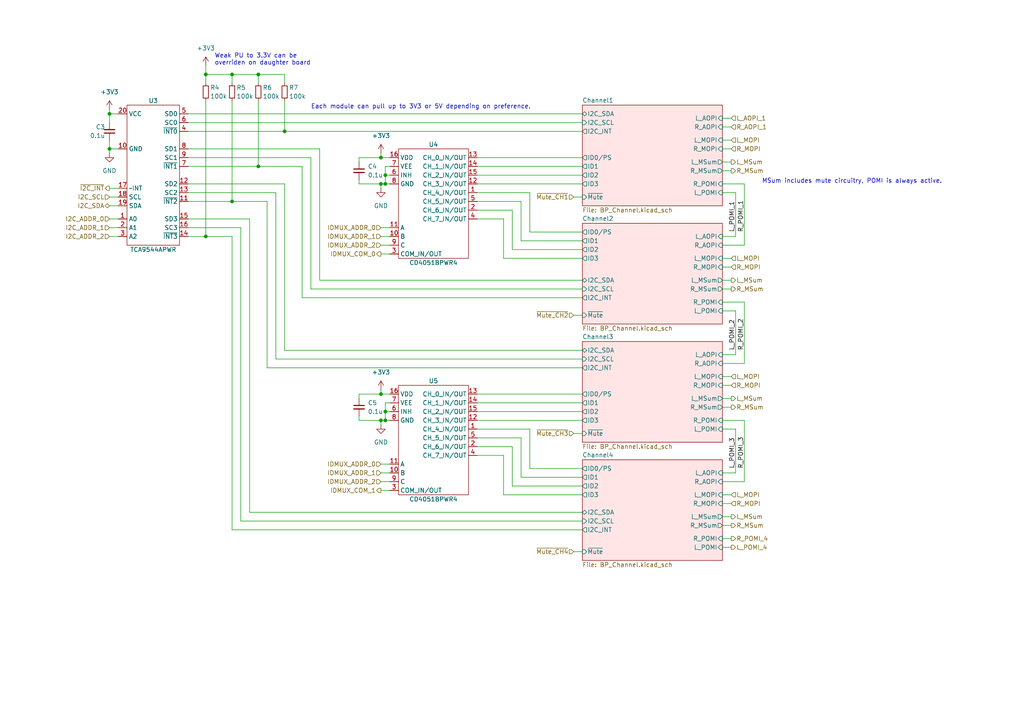
<source format=kicad_sch>
(kicad_sch (version 20230121) (generator eeschema)
  (paper "A4")
  (lib_symbols
    (symbol "CD4051BPWR4_1"
      (property "Reference" "U" (at 10.16 1.27 0))
      (property "Value" "CD4051BPWR4_1" (at 10.16 -33.02 0))
      (symbol "CD4051BPWR4_1_0_1"
        (rectangle (start 0 0) (end 20.32 -31.75))
      )
      (symbol "CD4051BPWR4_1_1_1"
        (pin passive line (at -2.54 -12.7 0) (length 2.54) (name "CH_4_IN/OUT") (number "1"))
        (pin passive line (at 22.86 -25.4 180) (length 2.54) (name "B") (number "10"))
        (pin passive line (at 22.86 -22.86 180) (length 2.54) (name "A") (number "11"))
        (pin passive line (at -2.54 -10.16 0) (length 2.54) (name "CH_3_IN/OUT") (number "12"))
        (pin passive line (at -2.54 -2.54 0) (length 2.54) (name "CH_0_IN/OUT") (number "13"))
        (pin passive line (at -2.54 -5.08 0) (length 2.54) (name "CH_1_IN/OUT") (number "14"))
        (pin passive line (at -2.54 -7.62 0) (length 2.54) (name "CH_2_IN/OUT") (number "15"))
        (pin power_in line (at 22.86 -2.54 180) (length 2.54) (name "VDD") (number "16"))
        (pin passive line (at -2.54 -17.78 0) (length 2.54) (name "CH_6_IN/OUT") (number "2"))
        (pin passive line (at 22.86 -30.48 180) (length 2.54) (name "COM_IN/OUT") (number "3"))
        (pin passive line (at -2.54 -20.32 0) (length 2.54) (name "CH_7_IN/OUT") (number "4"))
        (pin passive line (at -2.54 -15.24 0) (length 2.54) (name "CH_5_IN/OUT") (number "5"))
        (pin passive line (at 22.86 -7.62 180) (length 2.54) (name "INH") (number "6"))
        (pin power_in line (at 22.86 -5.08 180) (length 2.54) (name "VEE") (number "7"))
        (pin power_in line (at 22.86 -10.16 180) (length 2.54) (name "GND") (number "8"))
        (pin passive line (at 22.86 -27.94 180) (length 2.54) (name "C") (number "9"))
      )
    )
    (symbol "Device:C_Small" (pin_numbers hide) (pin_names (offset 0.254) hide)
      (property "Reference" "C" (at 0.254 1.778 0))
      (property "Value" "C_Small" (at 0.254 -2.032 0))
      (symbol "C_Small_0_1"
        (polyline (pts (xy -1.524 -0.508) (xy 1.524 -0.508)) (stroke (width 0.3302)))
        (polyline (pts (xy -1.524 0.508) (xy 1.524 0.508)) (stroke (width 0.3048)))
      )
      (symbol "C_Small_1_1"
        (pin passive line (at 0 2.54 270) (length 2.032) (name "~") (number "1"))
        (pin passive line (at 0 -2.54 90) (length 2.032) (name "~") (number "2"))
      )
    )
    (symbol "Device:R_Small" (pin_numbers hide) (pin_names (offset 0.254) hide)
      (property "Reference" "R" (at 0.762 0.508 0))
      (property "Value" "R_Small" (at 0.762 -1.016 0))
      (symbol "R_Small_0_1"
        (rectangle (start -0.762 1.778) (end 0.762 -1.778) (stroke (width 0.2032)))
      )
      (symbol "R_Small_1_1"
        (pin passive line (at 0 2.54 270) (length 0.762) (name "~") (number "1"))
        (pin passive line (at 0 -2.54 90) (length 0.762) (name "~") (number "2"))
      )
    )
    (symbol "power:+3V3" (power) (pin_names (offset 0))
      (property "Value" "+3V3" (at 0 3.556 0))
      (symbol "+3V3_0_1"
        (polyline (pts (xy -0.762 1.27) (xy 0 2.54)))
        (polyline (pts (xy 0 0) (xy 0 2.54)))
        (polyline (pts (xy 0 2.54) (xy 0.762 1.27)))
      )
      (symbol "+3V3_1_1"
        (pin power_in line (at 0 0 90) (length 0) hide (name "+3V3") (number "1"))
      )
    )
    (symbol "power:GND" (power) (pin_names (offset 0))
      (property "Value" "GND" (at 0 -3.81 0))
      (symbol "GND_0_1"
        (polyline (pts (xy 0 0) (xy 0 -1.27) (xy 1.27 -1.27) (xy 0 -2.54) (xy -1.27 -1.27) (xy 0 -1.27)))
      )
      (symbol "GND_1_1"
        (pin power_in line (at 0 0 270) (length 0) hide (name "GND") (number "1"))
      )
    )
    (symbol "silver-box-modular:TCA9544APWR"
      (property "Reference" "U?" (at -7.62 5.08 0))
      (property "Value" "TCA9544APWR" (at -7.62 2.54 0))
      (symbol "TCA9544APWR_0_0"
        (rectangle (start 0 0) (end 15.24 -40.64))
        (pin passive line (at 17.78 -33.02 180) (length 2.54) (name "A0") (number "1"))
        (pin power_in line (at 17.78 -12.7 180) (length 2.54) (name "GND") (number "10"))
        (pin passive line (at -2.54 -27.94 0) (length 2.54) (name "~{INT2}") (number "11"))
        (pin passive line (at -2.54 -22.86 0) (length 2.54) (name "SD2") (number "12"))
        (pin passive line (at -2.54 -25.4 0) (length 2.54) (name "SC2") (number "13"))
        (pin passive line (at -2.54 -38.1 0) (length 2.54) (name "~{INT3}") (number "14"))
        (pin passive line (at -2.54 -33.02 0) (length 2.54) (name "SD3") (number "15"))
        (pin passive line (at -2.54 -35.56 0) (length 2.54) (name "SC3") (number "16"))
        (pin passive line (at 17.78 -24.13 180) (length 2.54) (name "~INT") (number "17"))
        (pin passive line (at 17.78 -26.67 180) (length 2.54) (name "SCL") (number "18"))
        (pin passive line (at 17.78 -29.21 180) (length 2.54) (name "SDA") (number "19"))
        (pin passive line (at 17.78 -35.56 180) (length 2.54) (name "A1") (number "2"))
        (pin power_in line (at 17.78 -2.54 180) (length 2.54) (name "VCC") (number "20"))
        (pin passive line (at 17.78 -38.1 180) (length 2.54) (name "A2") (number "3"))
        (pin passive line (at -2.54 -7.62 0) (length 2.54) (name "~{INT0}") (number "4"))
        (pin passive line (at -2.54 -2.54 0) (length 2.54) (name "SD0") (number "5"))
        (pin passive line (at -2.54 -5.08 0) (length 2.54) (name "SC0") (number "6"))
        (pin passive line (at -2.54 -17.78 0) (length 2.54) (name "~{INT1}") (number "7"))
        (pin passive line (at -2.54 -12.7 0) (length 2.54) (name "SD1") (number "8"))
        (pin passive line (at -2.54 -15.24 0) (length 2.54) (name "SC1") (number "9"))
      )
    )
  )
  (junction (at 67.31 58.42))
  (junction (at 31.75 33.02))
  (junction (at 74.93 21.59))
  (junction (at 31.75 43.18))
  (junction (at 110.49 45.72))
  (junction (at 110.49 121.92))
  (junction (at 59.69 68.58))
  (junction (at 111.76 119.38))
  (junction (at 82.55 38.1))
  (junction (at 111.76 121.92))
  (junction (at 74.93 48.26))
  (junction (at 59.69 21.59))
  (junction (at 111.76 53.34))
  (junction (at 110.49 114.3))
  (junction (at 67.31 21.59))
  (junction (at 111.76 50.8))
  (junction (at 110.49 53.34))
  (wire (pts (xy 138.43 114.3) (xy 168.91 114.3)))
  (wire (pts (xy 67.31 58.42) (xy 77.47 58.42)))
  (wire (pts (xy 31.75 43.18) (xy 34.29 43.18)))
  (wire (pts (xy 59.69 19.05) (xy 59.69 21.59)))
  (wire (pts (xy 110.49 71.12) (xy 113.03 71.12)))
  (wire (pts (xy 74.93 29.21) (xy 74.93 48.26)))
  (wire (pts (xy 59.69 21.59) (xy 67.31 21.59)))
  (wire (pts (xy 151.13 69.85) (xy 168.91 69.85)))
  (wire (pts (xy 166.37 57.15) (xy 168.91 57.15)))
  (wire (pts (xy 153.67 55.88) (xy 153.67 67.31)))
  (wire (pts (xy 54.61 33.02) (xy 168.91 33.02)))
  (wire (pts (xy 215.9 53.34) (xy 215.9 71.12)))
  (wire (pts (xy 110.49 121.92) (xy 110.49 123.19)))
  (wire (pts (xy 111.76 119.38) (xy 111.76 121.92)))
  (wire (pts (xy 151.13 138.43) (xy 168.91 138.43)))
  (wire (pts (xy 209.55 49.53) (xy 212.09 49.53)))
  (wire (pts (xy 209.55 53.34) (xy 215.9 53.34)))
  (wire (pts (xy 209.55 87.63) (xy 215.9 87.63)))
  (wire (pts (xy 213.36 90.17) (xy 209.55 90.17)))
  (wire (pts (xy 72.39 148.59) (xy 168.91 148.59)))
  (wire (pts (xy 110.49 73.66) (xy 113.03 73.66)))
  (wire (pts (xy 138.43 124.46) (xy 153.67 124.46)))
  (wire (pts (xy 82.55 21.59) (xy 82.55 24.13)))
  (wire (pts (xy 209.55 146.05) (xy 212.09 146.05)))
  (wire (pts (xy 209.55 156.21) (xy 212.09 156.21)))
  (wire (pts (xy 111.76 116.84) (xy 111.76 119.38)))
  (wire (pts (xy 80.01 104.14) (xy 80.01 55.88)))
  (wire (pts (xy 104.14 53.34) (xy 110.49 53.34)))
  (wire (pts (xy 151.13 69.85) (xy 151.13 58.42)))
  (wire (pts (xy 212.09 111.76) (xy 209.55 111.76)))
  (wire (pts (xy 82.55 29.21) (xy 82.55 38.1)))
  (wire (pts (xy 168.91 104.14) (xy 80.01 104.14)))
  (wire (pts (xy 87.63 48.26) (xy 87.63 86.36)))
  (wire (pts (xy 31.75 43.18) (xy 31.75 44.45)))
  (wire (pts (xy 138.43 119.38) (xy 168.91 119.38)))
  (wire (pts (xy 209.55 34.29) (xy 212.09 34.29)))
  (wire (pts (xy 209.55 152.4) (xy 212.09 152.4)))
  (wire (pts (xy 138.43 63.5) (xy 146.05 63.5)))
  (wire (pts (xy 67.31 68.58) (xy 67.31 153.67)))
  (wire (pts (xy 111.76 53.34) (xy 113.03 53.34)))
  (wire (pts (xy 92.71 43.18) (xy 92.71 81.28)))
  (wire (pts (xy 77.47 106.68) (xy 168.91 106.68)))
  (wire (pts (xy 213.36 124.46) (xy 209.55 124.46)))
  (wire (pts (xy 31.75 59.69) (xy 34.29 59.69)))
  (wire (pts (xy 213.36 102.87) (xy 213.36 90.17)))
  (wire (pts (xy 146.05 74.93) (xy 146.05 63.5)))
  (wire (pts (xy 138.43 127) (xy 151.13 127)))
  (wire (pts (xy 212.09 74.93) (xy 209.55 74.93)))
  (wire (pts (xy 213.36 102.87) (xy 209.55 102.87)))
  (wire (pts (xy 213.36 137.16) (xy 213.36 124.46)))
  (wire (pts (xy 54.61 43.18) (xy 92.71 43.18)))
  (wire (pts (xy 82.55 101.6) (xy 168.91 101.6)))
  (wire (pts (xy 34.29 63.5) (xy 31.75 63.5)))
  (wire (pts (xy 209.55 118.11) (xy 212.09 118.11)))
  (wire (pts (xy 67.31 153.67) (xy 168.91 153.67)))
  (wire (pts (xy 110.49 68.58) (xy 113.03 68.58)))
  (wire (pts (xy 104.14 52.07) (xy 104.14 53.34)))
  (wire (pts (xy 110.49 53.34) (xy 111.76 53.34)))
  (wire (pts (xy 77.47 58.42) (xy 77.47 106.68)))
  (wire (pts (xy 104.14 121.92) (xy 110.49 121.92)))
  (wire (pts (xy 146.05 143.51) (xy 168.91 143.51)))
  (wire (pts (xy 146.05 74.93) (xy 168.91 74.93)))
  (wire (pts (xy 138.43 121.92) (xy 168.91 121.92)))
  (wire (pts (xy 31.75 68.58) (xy 34.29 68.58)))
  (wire (pts (xy 110.49 44.45) (xy 110.49 45.72)))
  (wire (pts (xy 111.76 121.92) (xy 113.03 121.92)))
  (wire (pts (xy 148.59 140.97) (xy 168.91 140.97)))
  (wire (pts (xy 110.49 66.04) (xy 113.03 66.04)))
  (wire (pts (xy 110.49 134.62) (xy 113.03 134.62)))
  (wire (pts (xy 110.49 45.72) (xy 104.14 45.72)))
  (wire (pts (xy 148.59 60.96) (xy 148.59 72.39)))
  (wire (pts (xy 34.29 33.02) (xy 31.75 33.02)))
  (wire (pts (xy 209.55 105.41) (xy 215.9 105.41)))
  (wire (pts (xy 74.93 21.59) (xy 82.55 21.59)))
  (wire (pts (xy 148.59 72.39) (xy 168.91 72.39)))
  (wire (pts (xy 138.43 60.96) (xy 148.59 60.96)))
  (wire (pts (xy 74.93 21.59) (xy 74.93 24.13)))
  (wire (pts (xy 138.43 45.72) (xy 168.91 45.72)))
  (wire (pts (xy 80.01 55.88) (xy 54.61 55.88)))
  (wire (pts (xy 212.09 81.28) (xy 209.55 81.28)))
  (wire (pts (xy 212.09 143.51) (xy 209.55 143.51)))
  (wire (pts (xy 74.93 48.26) (xy 87.63 48.26)))
  (wire (pts (xy 153.67 67.31) (xy 168.91 67.31)))
  (wire (pts (xy 168.91 83.82) (xy 90.17 83.82)))
  (wire (pts (xy 72.39 63.5) (xy 72.39 148.59)))
  (wire (pts (xy 110.49 114.3) (xy 104.14 114.3)))
  (wire (pts (xy 212.09 46.99) (xy 209.55 46.99)))
  (wire (pts (xy 82.55 38.1) (xy 168.91 38.1)))
  (wire (pts (xy 212.09 43.18) (xy 209.55 43.18)))
  (wire (pts (xy 110.49 113.03) (xy 110.49 114.3)))
  (wire (pts (xy 213.36 55.88) (xy 213.36 68.58)))
  (wire (pts (xy 138.43 132.08) (xy 146.05 132.08)))
  (wire (pts (xy 82.55 53.34) (xy 82.55 101.6)))
  (wire (pts (xy 209.55 109.22) (xy 212.09 109.22)))
  (wire (pts (xy 54.61 53.34) (xy 82.55 53.34)))
  (wire (pts (xy 31.75 33.02) (xy 31.75 35.56)))
  (wire (pts (xy 59.69 24.13) (xy 59.69 21.59)))
  (wire (pts (xy 67.31 21.59) (xy 74.93 21.59)))
  (wire (pts (xy 110.49 53.34) (xy 110.49 54.61)))
  (wire (pts (xy 209.55 40.64) (xy 212.09 40.64)))
  (wire (pts (xy 113.03 116.84) (xy 111.76 116.84)))
  (wire (pts (xy 31.75 57.15) (xy 34.29 57.15)))
  (wire (pts (xy 111.76 50.8) (xy 113.03 50.8)))
  (wire (pts (xy 110.49 45.72) (xy 113.03 45.72)))
  (wire (pts (xy 67.31 21.59) (xy 67.31 24.13)))
  (wire (pts (xy 212.09 115.57) (xy 209.55 115.57)))
  (wire (pts (xy 90.17 83.82) (xy 90.17 45.72)))
  (wire (pts (xy 54.61 58.42) (xy 67.31 58.42)))
  (wire (pts (xy 166.37 160.02) (xy 168.91 160.02)))
  (wire (pts (xy 209.55 121.92) (xy 215.9 121.92)))
  (wire (pts (xy 69.85 151.13) (xy 69.85 66.04)))
  (wire (pts (xy 166.37 125.73) (xy 168.91 125.73)))
  (wire (pts (xy 138.43 53.34) (xy 168.91 53.34)))
  (wire (pts (xy 31.75 66.04) (xy 34.29 66.04)))
  (wire (pts (xy 138.43 50.8) (xy 168.91 50.8)))
  (wire (pts (xy 113.03 48.26) (xy 111.76 48.26)))
  (wire (pts (xy 31.75 40.64) (xy 31.75 43.18)))
  (wire (pts (xy 69.85 66.04) (xy 54.61 66.04)))
  (wire (pts (xy 110.49 142.24) (xy 113.03 142.24)))
  (wire (pts (xy 54.61 48.26) (xy 74.93 48.26)))
  (wire (pts (xy 110.49 114.3) (xy 113.03 114.3)))
  (wire (pts (xy 54.61 35.56) (xy 168.91 35.56)))
  (wire (pts (xy 148.59 129.54) (xy 148.59 140.97)))
  (wire (pts (xy 213.36 137.16) (xy 209.55 137.16)))
  (wire (pts (xy 146.05 143.51) (xy 146.05 132.08)))
  (wire (pts (xy 212.09 149.86) (xy 209.55 149.86)))
  (wire (pts (xy 209.55 139.7) (xy 215.9 139.7)))
  (wire (pts (xy 209.55 71.12) (xy 215.9 71.12)))
  (wire (pts (xy 31.75 54.61) (xy 34.29 54.61)))
  (wire (pts (xy 54.61 68.58) (xy 59.69 68.58)))
  (wire (pts (xy 209.55 77.47) (xy 212.09 77.47)))
  (wire (pts (xy 111.76 48.26) (xy 111.76 50.8)))
  (wire (pts (xy 111.76 119.38) (xy 113.03 119.38)))
  (wire (pts (xy 54.61 63.5) (xy 72.39 63.5)))
  (wire (pts (xy 110.49 121.92) (xy 111.76 121.92)))
  (wire (pts (xy 54.61 38.1) (xy 82.55 38.1)))
  (wire (pts (xy 209.55 83.82) (xy 212.09 83.82)))
  (wire (pts (xy 138.43 48.26) (xy 168.91 48.26)))
  (wire (pts (xy 104.14 120.65) (xy 104.14 121.92)))
  (wire (pts (xy 153.67 135.89) (xy 168.91 135.89)))
  (wire (pts (xy 209.55 158.75) (xy 212.09 158.75)))
  (wire (pts (xy 138.43 129.54) (xy 148.59 129.54)))
  (wire (pts (xy 166.37 91.44) (xy 168.91 91.44)))
  (wire (pts (xy 168.91 151.13) (xy 69.85 151.13)))
  (wire (pts (xy 110.49 139.7) (xy 113.03 139.7)))
  (wire (pts (xy 213.36 68.58) (xy 209.55 68.58)))
  (wire (pts (xy 138.43 55.88) (xy 153.67 55.88)))
  (wire (pts (xy 151.13 138.43) (xy 151.13 127)))
  (wire (pts (xy 111.76 50.8) (xy 111.76 53.34)))
  (wire (pts (xy 110.49 137.16) (xy 113.03 137.16)))
  (wire (pts (xy 87.63 86.36) (xy 168.91 86.36)))
  (wire (pts (xy 59.69 29.21) (xy 59.69 68.58)))
  (wire (pts (xy 104.14 114.3) (xy 104.14 115.57)))
  (wire (pts (xy 138.43 58.42) (xy 151.13 58.42)))
  (wire (pts (xy 92.71 81.28) (xy 168.91 81.28)))
  (wire (pts (xy 153.67 124.46) (xy 153.67 135.89)))
  (wire (pts (xy 209.55 36.83) (xy 212.09 36.83)))
  (wire (pts (xy 215.9 87.63) (xy 215.9 105.41)))
  (wire (pts (xy 138.43 116.84) (xy 168.91 116.84)))
  (wire (pts (xy 31.75 31.75) (xy 31.75 33.02)))
  (wire (pts (xy 104.14 45.72) (xy 104.14 46.99)))
  (wire (pts (xy 67.31 29.21) (xy 67.31 58.42)))
  (wire (pts (xy 215.9 121.92) (xy 215.9 139.7)))
  (wire (pts (xy 59.69 68.58) (xy 67.31 68.58)))
  (wire (pts (xy 90.17 45.72) (xy 54.61 45.72)))
  (wire (pts (xy 209.55 55.88) (xy 213.36 55.88)))
  (text "MSum includes mute circuitry, POMI is always active." (at 220.98 53.34 0) (effects (font (size 1.27 1.27)) (justify left bottom)))
  (text "Weak PU to 3.3V can be \noverriden on daughter board" (at 62.23 19.05 0) (effects (font (size 1.27 1.27)) (justify left bottom)))
  (text "Each module can pull up to 3V3 or 5V depending on preference." (at 90.17 31.75 0) (effects (font (size 1.27 1.27)) (justify left bottom)))
  (label "L_POMI_1" (at 213.36 67.31 90))
  (label "L_POMI_3" (at 213.36 135.89 90))
  (label "R_POMI_2" (at 215.9 101.6 90))
  (label "R_POMI_1" (at 215.9 67.31 90))
  (label "R_POMI_3" (at 215.9 135.89 90))
  (label "L_POMI_2" (at 213.36 101.6 90))
  (hierarchical_label "IDMUX_COM_1" (shape output) (at 110.49 142.24 180))
  (hierarchical_label "L_MOPI" (shape input) (at 212.09 74.93 0))
  (hierarchical_label "L_MOPI" (shape input) (at 212.09 109.22 0))
  (hierarchical_label "L_POMI_4" (shape output) (at 212.09 158.75 0))
  (hierarchical_label "L_MSum" (shape output) (at 212.09 46.99 0))
  (hierarchical_label "~{Mute_CH2}" (shape input) (at 166.37 91.44 180))
  (hierarchical_label "I2C_ADDR_2" (shape input) (at 31.75 68.58 180))
  (hierarchical_label "R_POMI_4" (shape output) (at 212.09 156.21 0))
  (hierarchical_label "IDMUX_ADDR_0" (shape input) (at 110.49 134.62 180))
  (hierarchical_label "R_MSum" (shape output) (at 212.09 83.82 0))
  (hierarchical_label "R_MSum" (shape output) (at 212.09 152.4 0))
  (hierarchical_label "R_MOPI" (shape input) (at 212.09 111.76 0))
  (hierarchical_label "IDMUX_ADDR_2" (shape input) (at 110.49 71.12 180))
  (hierarchical_label "L_MSum" (shape output) (at 212.09 115.57 0))
  (hierarchical_label "R_AOPI_1" (shape input) (at 212.09 36.83 0))
  (hierarchical_label "IDMUX_ADDR_1" (shape input) (at 110.49 68.58 180))
  (hierarchical_label "~{I2C_INT}" (shape output) (at 31.75 54.61 180))
  (hierarchical_label "IDMUX_ADDR_1" (shape input) (at 110.49 137.16 180))
  (hierarchical_label "R_MSum" (shape output) (at 212.09 49.53 0))
  (hierarchical_label "IDMUX_COM_0" (shape output) (at 110.49 73.66 180))
  (hierarchical_label "R_MOPI" (shape input) (at 212.09 43.18 0))
  (hierarchical_label "IDMUX_ADDR_0" (shape input) (at 110.49 66.04 180))
  (hierarchical_label "~{Mute_CH4}" (shape input) (at 166.37 160.02 180))
  (hierarchical_label "I2C_SCL" (shape input) (at 31.75 57.15 180))
  (hierarchical_label "L_MSum" (shape output) (at 212.09 149.86 0))
  (hierarchical_label "I2C_ADDR_0" (shape input) (at 31.75 63.5 180))
  (hierarchical_label "R_MSum" (shape output) (at 212.09 118.11 0))
  (hierarchical_label "R_MOPI" (shape input) (at 212.09 146.05 0))
  (hierarchical_label "L_AOPI_1" (shape input) (at 212.09 34.29 0))
  (hierarchical_label "~{Mute_CH3}" (shape input) (at 166.37 125.73 180))
  (hierarchical_label "I2C_ADDR_1" (shape input) (at 31.75 66.04 180))
  (hierarchical_label "R_MOPI" (shape input) (at 212.09 77.47 0))
  (hierarchical_label "L_MOPI" (shape input) (at 212.09 40.64 0))
  (hierarchical_label "I2C_SDA" (shape bidirectional) (at 31.75 59.69 180))
  (hierarchical_label "L_MOPI" (shape input) (at 212.09 143.51 0))
  (hierarchical_label "L_MSum" (shape output) (at 212.09 81.28 0))
  (hierarchical_label "IDMUX_ADDR_2" (shape input) (at 110.49 139.7 180))
  (hierarchical_label "~{Mute_CH1}" (shape input) (at 166.37 57.15 180))
  (symbol (lib_id "power:+3V3") (at 31.75 31.75 0) (unit 1)
    (property "Reference" "#PWR0116" (effects hide))
    (property "Value" "+3V3" (at 31.75 26.67 0))
    (instances (project "motherboard" (path "" (reference "#PWR0116") (unit 1)) (path "" (reference "#PWR0171") (unit 1))))
  )
  (symbol (lib_id "power:GND") (at 31.75 44.45 0) (unit 1)
    (property "Reference" "#PWR0117" (effects hide))
    (property "Value" "GND" (at 31.75 49.53 0))
    (instances (project "motherboard" (path "" (reference "#PWR0117") (unit 1)) (path "" (reference "#PWR0172") (unit 1))))
  )
  (symbol (lib_id "power:GND") (at 110.49 123.19 0) (unit 1)
    (property "Reference" "#PWR0123" (effects hide))
    (property "Value" "GND" (at 110.49 128.27 0))
    (instances (project "motherboard" (path "" (reference "#PWR0123") (unit 1)) (path "" (reference "#PWR0176") (unit 1))))
  )
  (symbol (lib_id "power:+3V3") (at 59.69 19.05 0) (unit 1)
    (property "Reference" "#PWR0124" (effects hide))
    (property "Value" "+3V3" (at 59.69 13.97 0))
    (instances (project "motherboard" (path "" (reference "#PWR0124") (unit 1)) (path "" (reference "#PWR0177") (unit 1))))
  )
  (symbol (lib_name "CD4051BPWR4_1") (lib_id "silver-box-modular:CD4051BPWR4") (at 135.89 111.76 0) (mirror y) (unit 1)
    (property "Reference" "U5" (at 125.73 110.49 0))
    (property "Value" "CD4051BPWR4" (at 125.73 144.78 0))
    (property "Footprint" "silver-box-feetprints:CD4051BPWR" (effects hide))
    (property "Datasheet" "https://www.ti.com/lit/ds/symlink/cd4051b.pdf" (effects hide))
    (instances (project "motherboard" (path "" (reference "U5") (unit 1)) (path "" (reference "U20") (unit 1))))
  )
  (symbol (lib_id "Device:C_Small") (at 104.14 49.53 0) (unit 1)
    (property "Reference" "C4" (at 106.68 48.2662 0) (effects (justify left)))
    (property "Value" "0.1u" (at 106.68 50.8062 0) (effects (justify left)))
    (property "Footprint" "Capacitor_SMD:C_0603_1608Metric_Pad1.08x0.95mm_HandSolder" (effects hide))
    (instances (project "motherboard" (path "" (reference "C4") (unit 1)) (path "" (reference "C23") (unit 1))))
  )
  (symbol (lib_id "power:GND") (at 110.49 54.61 0) (unit 1)
    (property "Reference" "#PWR0121" (effects hide))
    (property "Value" "GND" (at 110.49 59.69 0))
    (instances (project "motherboard" (path "" (reference "#PWR0121") (unit 1)) (path "" (reference "#PWR0174") (unit 1))))
  )
  (symbol (lib_id "Device:C_Small") (at 104.14 118.11 0) (unit 1)
    (property "Reference" "C5" (at 106.68 116.8462 0) (effects (justify left)))
    (property "Value" "0.1u" (at 106.68 119.3862 0) (effects (justify left)))
    (property "Footprint" "Capacitor_SMD:C_0603_1608Metric_Pad1.08x0.95mm_HandSolder" (effects hide))
    (instances (project "motherboard" (path "" (reference "C5") (unit 1)) (path "" (reference "C24") (unit 1))))
  )
  (symbol (lib_name "CD4051BPWR4_1") (lib_id "silver-box-modular:CD4051BPWR4") (at 135.89 43.18 0) (mirror y) (unit 1)
    (property "Reference" "U4" (at 125.73 41.91 0))
    (property "Value" "CD4051BPWR4" (at 125.73 76.2 0))
    (property "Footprint" "silver-box-feetprints:CD4051BPWR" (effects hide))
    (property "Datasheet" "https://www.ti.com/lit/ds/symlink/cd4051b.pdf" (effects hide))
    (instances (project "motherboard" (path "" (reference "U4") (unit 1)) (path "" (reference "U19") (unit 1))))
  )
  (symbol (lib_id "silver-box-modular:TCA9544APWR") (at 52.07 30.48 0) (mirror y) (unit 1)
    (property "Reference" "U3" (at 44.45 29.21 0))
    (property "Value" "TCA9544APWR" (at 44.45 72.39 0))
    (property "Footprint" "silver-box-feetprints:TCA9544AAPWR" (effects hide))
    (property "Datasheet" "https://www.ti.com/lit/ds/symlink/tca9544a.pdf" (effects hide))
    (instances (project "motherboard" (path "" (reference "U3") (unit 1)) (path "" (reference "U18") (unit 1))))
  )
  (symbol (lib_id "power:+3V3") (at 110.49 44.45 0) (unit 1)
    (property "Reference" "#PWR0119" (effects hide))
    (property "Value" "+3V3" (at 110.49 39.37 0))
    (instances (project "motherboard" (path "" (reference "#PWR0119") (unit 1)) (path "" (reference "#PWR0173") (unit 1))))
  )
  (symbol (lib_id "Device:R_Small") (at 59.69 26.67 0) (unit 1)
    (property "Reference" "R4" (at 60.96 25.4 0) (effects (justify left)))
    (property "Value" "100k" (at 60.96 27.94 0) (effects (justify left)))
    (property "Footprint" "Resistor_SMD:R_0603_1608Metric_Pad0.98x0.95mm_HandSolder" (effects hide))
    (instances (project "motherboard" (path "" (reference "R4") (unit 1)) (path "" (reference "R48") (unit 1))))
  )
  (symbol (lib_id "Device:C_Small") (at 31.75 38.1 0) (mirror x) (unit 1)
    (property "Reference" "C3" (at 30.48 36.8235 0) (effects (justify right)))
    (property "Value" "0.1u" (at 30.48 39.3635 0) (effects (justify right)))
    (property "Footprint" "Capacitor_SMD:C_0603_1608Metric_Pad1.08x0.95mm_HandSolder" (effects hide))
    (instances (project "motherboard" (path "" (reference "C3") (unit 1)) (path "" (reference "C22") (unit 1))))
  )
  (symbol (lib_id "Device:R_Small") (at 82.55 26.67 0) (unit 1)
    (property "Reference" "R7" (at 83.82 25.4 0) (effects (justify left)))
    (property "Value" "100k" (at 83.82 27.94 0) (effects (justify left)))
    (property "Footprint" "Resistor_SMD:R_0603_1608Metric_Pad0.98x0.95mm_HandSolder" (effects hide))
    (instances (project "motherboard" (path "" (reference "R7") (unit 1)) (path "" (reference "R51") (unit 1))))
  )
  (symbol (lib_id "Device:R_Small") (at 67.31 26.67 0) (unit 1)
    (property "Reference" "R5" (at 68.58 25.4 0) (effects (justify left)))
    (property "Value" "100k" (at 68.58 27.94 0) (effects (justify left)))
    (property "Footprint" "Resistor_SMD:R_0603_1608Metric_Pad0.98x0.95mm_HandSolder" (effects hide))
    (instances (project "motherboard" (path "" (reference "R5") (unit 1)) (path "" (reference "R49") (unit 1))))
  )
  (symbol (lib_id "Device:R_Small") (at 74.93 26.67 0) (unit 1)
    (property "Reference" "R6" (at 76.2 25.4 0) (effects (justify left)))
    (property "Value" "100k" (at 76.2 27.94 0) (effects (justify left)))
    (property "Footprint" "Resistor_SMD:R_0603_1608Metric_Pad0.98x0.95mm_HandSolder" (effects hide))
    (instances (project "motherboard" (path "" (reference "R6") (unit 1)) (path "" (reference "R50") (unit 1))))
  )
  (symbol (lib_id "power:+3V3") (at 110.49 113.03 0) (unit 1)
    (property "Reference" "#PWR0122" (effects hide))
    (property "Value" "+3V3" (at 110.49 107.95 0))
    (instances (project "motherboard" (path "" (reference "#PWR0122") (unit 1)) (path "" (reference "#PWR0175") (unit 1))))
  )
  (sheet (at 168.91 133.35) (size 40.64 29.21) (fill (color 255 0 0 0.1020))
    (property "Sheetname" "Channel4" (at 168.91 132.7145 0) (effects (justify left bottom)))
    (property "Sheetfile" "BP_Channel.kicad_sch" (at 168.91 163.0685 0) (effects (justify left top)))
    (pin "~{Mute}" input (at 168.91 160.02 180))
    (pin "R_MOPI" input (at 209.55 146.05 0))
    (pin "L_MOPI" input (at 209.55 143.51 0))
    (pin "L_MSum" output (at 209.55 149.86 0))
    (pin "R_MSum" output (at 209.55 152.4 0))
    (pin "L_AOPI" input (at 209.55 137.16 0))
    (pin "R_AOPI" input (at 209.55 139.7 0))
    (pin "R_POMI" input (at 209.55 156.21 0))
    (pin "L_POMI" input (at 209.55 158.75 0))
    (pin "ID2" output (at 168.91 140.97 180))
    (pin "ID1" output (at 168.91 138.43 180))
    (pin "ID3" output (at 168.91 143.51 180))
    (pin "ID0{slash}PS" output (at 168.91 135.89 180))
    (pin "I2C_SDA" bidirectional (at 168.91 148.59 180))
    (pin "I2C_INT" output (at 168.91 153.67 180))
    (pin "I2C_SCL" input (at 168.91 151.13 180))
  )
  (sheet (at 168.91 64.77) (size 40.64 29.21) (fill (color 255 0 0 0.1020))
    (property "Sheetname" "Channel2" (at 168.91 64.1345 0) (effects (justify left bottom)))
    (property "Sheetfile" "BP_Channel.kicad_sch" (at 168.91 94.4885 0) (effects (justify left top)))
    (pin "~{Mute}" input (at 168.91 91.44 180))
    (pin "R_MOPI" input (at 209.55 77.47 0))
    (pin "L_MOPI" input (at 209.55 74.93 0))
    (pin "L_MSum" output (at 209.55 81.28 0))
    (pin "R_MSum" output (at 209.55 83.82 0))
    (pin "L_AOPI" input (at 209.55 68.58 0))
    (pin "R_AOPI" input (at 209.55 71.12 0))
    (pin "R_POMI" input (at 209.55 87.63 0))
    (pin "L_POMI" input (at 209.55 90.17 0))
    (pin "ID2" output (at 168.91 72.39 180))
    (pin "ID1" output (at 168.91 69.85 180))
    (pin "ID3" output (at 168.91 74.93 180))
    (pin "ID0{slash}PS" output (at 168.91 67.31 180))
    (pin "I2C_SDA" bidirectional (at 168.91 81.28 180))
    (pin "I2C_INT" output (at 168.91 86.36 180))
    (pin "I2C_SCL" input (at 168.91 83.82 180))
  )
  (sheet (at 168.91 30.48) (size 40.64 29.21) (fill (color 255 0 0 0.1020))
    (property "Sheetname" "Channel1" (at 168.91 29.8445 0) (effects (justify left bottom)))
    (property "Sheetfile" "BP_Channel.kicad_sch" (at 168.91 60.1985 0) (effects (justify left top)))
    (pin "~{Mute}" input (at 168.91 57.15 180))
    (pin "R_MOPI" input (at 209.55 43.18 0))
    (pin "L_MOPI" input (at 209.55 40.64 0))
    (pin "L_MSum" output (at 209.55 46.99 0))
    (pin "R_MSum" output (at 209.55 49.53 0))
    (pin "L_AOPI" input (at 209.55 34.29 0))
    (pin "R_AOPI" input (at 209.55 36.83 0))
    (pin "R_POMI" input (at 209.55 53.34 0))
    (pin "L_POMI" input (at 209.55 55.88 0))
    (pin "ID2" output (at 168.91 50.8 180))
    (pin "ID1" output (at 168.91 48.26 180))
    (pin "ID3" output (at 168.91 53.34 180))
    (pin "ID0{slash}PS" output (at 168.91 45.72 180))
    (pin "I2C_SDA" bidirectional (at 168.91 33.02 180))
    (pin "I2C_INT" output (at 168.91 38.1 180))
    (pin "I2C_SCL" input (at 168.91 35.56 180))
  )
  (sheet (at 168.91 99.06) (size 40.64 29.21) (fill (color 255 0 0 0.1020))
    (property "Sheetname" "Channel3" (at 168.91 98.4245 0) (effects (justify left bottom)))
    (property "Sheetfile" "BP_Channel.kicad_sch" (at 168.91 128.7785 0) (effects (justify left top)))
    (pin "~{Mute}" input (at 168.91 125.73 180))
    (pin "R_MOPI" input (at 209.55 111.76 0))
    (pin "L_MOPI" input (at 209.55 109.22 0))
    (pin "L_MSum" output (at 209.55 115.57 0))
    (pin "R_MSum" output (at 209.55 118.11 0))
    (pin "L_AOPI" input (at 209.55 102.87 0))
    (pin "R_AOPI" input (at 209.55 105.41 0))
    (pin "R_POMI" input (at 209.55 121.92 0))
    (pin "L_POMI" input (at 209.55 124.46 0))
    (pin "ID2" output (at 168.91 119.38 180))
    (pin "ID1" output (at 168.91 116.84 180))
    (pin "ID3" output (at 168.91 121.92 180))
    (pin "ID0{slash}PS" output (at 168.91 114.3 180))
    (pin "I2C_SDA" bidirectional (at 168.91 101.6 180))
    (pin "I2C_INT" output (at 168.91 106.68 180))
    (pin "I2C_SCL" input (at 168.91 104.14 180))
  )
)
</source>
